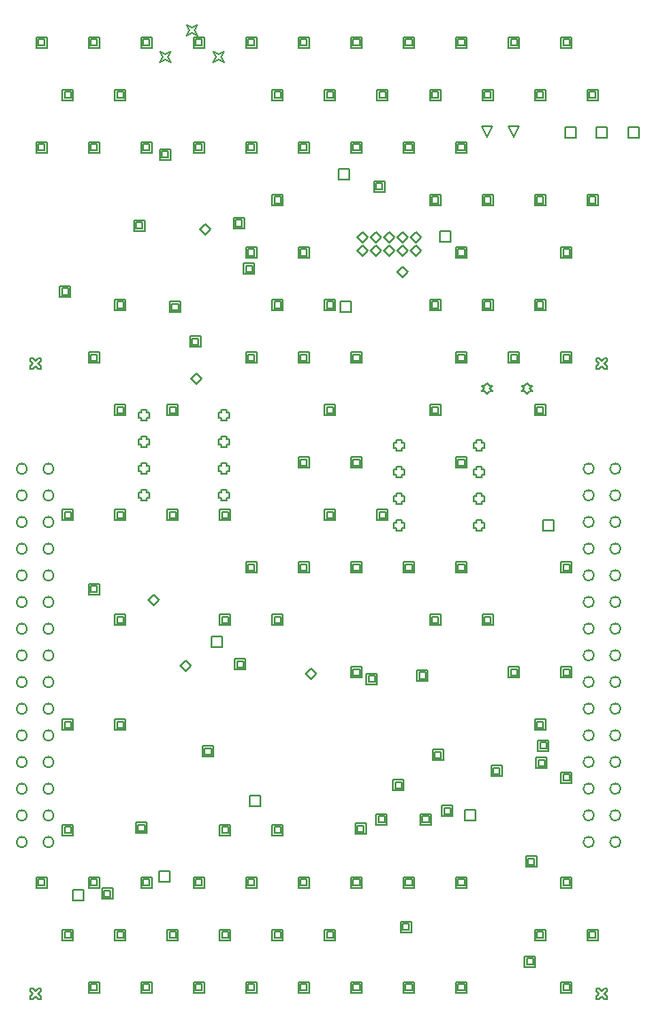
<source format=gbr>
G04 Layer_Color=2752767*
%FSLAX26Y26*%
%MOIN*%
%TF.FileFunction,Drawing*%
%TF.Part,Single*%
G01*
G75*
%TA.AperFunction,NonConductor*%
%ADD53C,0.005000*%
%ADD97C,0.006667*%
D53*
X283465Y-2162522D02*
Y-2122522D01*
X323465D01*
Y-2162522D01*
X283465D01*
X578465Y-1077522D02*
Y-1037522D01*
X618465D01*
Y-1077522D01*
X578465D01*
X-190000Y240998D02*
Y280998D01*
X-150000D01*
Y240998D01*
X-190000D01*
X-1186535Y-2462522D02*
Y-2422522D01*
X-1146535D01*
Y-2462522D01*
X-1186535D01*
X660354Y395825D02*
Y435825D01*
X700354D01*
Y395825D01*
X660354D01*
X778465D02*
Y435825D01*
X818465D01*
Y395825D01*
X778465D01*
X896575D02*
Y435825D01*
X936575D01*
Y395825D01*
X896575D01*
X-861535Y-2392522D02*
Y-2352522D01*
X-821535D01*
Y-2392522D01*
X-861535D01*
X189000Y6998D02*
Y46998D01*
X229000D01*
Y6998D01*
X189000D01*
X-666307Y-1514207D02*
Y-1474207D01*
X-626307D01*
Y-1514207D01*
X-666307D01*
X-523307Y-2109207D02*
Y-2069207D01*
X-483307D01*
Y-2109207D01*
X-523307D01*
X-182000Y-255002D02*
Y-215002D01*
X-142000D01*
Y-255002D01*
X-182000D01*
X467000Y399998D02*
X447000Y439998D01*
X487000D01*
X467000Y399998D01*
X367000D02*
X347000Y439998D01*
X387000D01*
X367000Y399998D01*
X516142Y-563900D02*
X526142Y-553900D01*
X536142D01*
X526142Y-543900D01*
X536142Y-533900D01*
X526142D01*
X516142Y-523900D01*
X506142Y-533900D01*
X496142D01*
X506142Y-543900D01*
X496142Y-553900D01*
X506142D01*
X516142Y-563900D01*
X366536D02*
X376536Y-553900D01*
X386536D01*
X376536Y-543900D01*
X386536Y-533900D01*
X376536D01*
X366536Y-523900D01*
X356536Y-533900D01*
X346536D01*
X356536Y-543900D01*
X346536Y-553900D01*
X356536D01*
X366536Y-563900D01*
X-861000Y678998D02*
X-851000Y698998D01*
X-861000Y718998D01*
X-841000Y708998D01*
X-821000Y718998D01*
X-831000Y698998D01*
X-821000Y678998D01*
X-841000Y688998D01*
X-861000Y678998D01*
X-661000D02*
X-651000Y698998D01*
X-661000Y718998D01*
X-641000Y708998D01*
X-621000Y718998D01*
X-631000Y698998D01*
X-621000Y678998D01*
X-641000Y688998D01*
X-661000Y678998D01*
X-761000Y778998D02*
X-751000Y798998D01*
X-761000Y818998D01*
X-741000Y808998D01*
X-721000Y818998D01*
X-731000Y798998D01*
X-721000Y778998D01*
X-741000Y788998D01*
X-761000Y778998D01*
X25716Y-767592D02*
Y-777592D01*
X45716D01*
Y-767592D01*
X55716D01*
Y-747592D01*
X45716D01*
Y-737592D01*
X25716D01*
Y-747592D01*
X15716D01*
Y-767592D01*
X25716D01*
Y-867592D02*
Y-877592D01*
X45716D01*
Y-867592D01*
X55716D01*
Y-847592D01*
X45716D01*
Y-837592D01*
X25716D01*
Y-847592D01*
X15716D01*
Y-867592D01*
X25716D01*
Y-967592D02*
Y-977592D01*
X45716D01*
Y-967592D01*
X55716D01*
Y-947592D01*
X45716D01*
Y-937592D01*
X25716D01*
Y-947592D01*
X15716D01*
Y-967592D01*
X25716D01*
Y-1067592D02*
Y-1077592D01*
X45716D01*
Y-1067592D01*
X55716D01*
Y-1047592D01*
X45716D01*
Y-1037592D01*
X25716D01*
Y-1047592D01*
X15716D01*
Y-1067592D01*
X25716D01*
X325716Y-767592D02*
Y-777592D01*
X345716D01*
Y-767592D01*
X355716D01*
Y-747592D01*
X345716D01*
Y-737592D01*
X325716D01*
Y-747592D01*
X315716D01*
Y-767592D01*
X325716D01*
Y-867592D02*
Y-877592D01*
X345716D01*
Y-867592D01*
X355716D01*
Y-847592D01*
X345716D01*
Y-837592D01*
X325716D01*
Y-847592D01*
X315716D01*
Y-867592D01*
X325716D01*
Y-967592D02*
Y-977592D01*
X345716D01*
Y-967592D01*
X355716D01*
Y-947592D01*
X345716D01*
Y-937592D01*
X325716D01*
Y-947592D01*
X315716D01*
Y-967592D01*
X325716D01*
Y-1067592D02*
Y-1077592D01*
X345716D01*
Y-1067592D01*
X355716D01*
Y-1047592D01*
X345716D01*
Y-1037592D01*
X325716D01*
Y-1047592D01*
X315716D01*
Y-1067592D01*
X325716D01*
X-1347520Y-2832522D02*
X-1337520D01*
X-1327520Y-2822522D01*
X-1317520Y-2832522D01*
X-1307520D01*
Y-2822522D01*
X-1317520Y-2812522D01*
X-1307520Y-2802522D01*
Y-2792522D01*
X-1317520D01*
X-1327520Y-2802522D01*
X-1337520Y-2792522D01*
X-1347520D01*
Y-2802522D01*
X-1337520Y-2812522D01*
X-1347520Y-2822522D01*
Y-2832522D01*
X778464D02*
X788464D01*
X798464Y-2822522D01*
X808464Y-2832522D01*
X818464D01*
Y-2822522D01*
X808464Y-2812522D01*
X818464Y-2802522D01*
Y-2792522D01*
X808464D01*
X798464Y-2802522D01*
X788464Y-2792522D01*
X778464D01*
Y-2802522D01*
X788464Y-2812522D01*
X778464Y-2822522D01*
Y-2832522D01*
X-1347520Y-470316D02*
X-1337520D01*
X-1327520Y-460316D01*
X-1317520Y-470316D01*
X-1307520D01*
Y-460316D01*
X-1317520Y-450316D01*
X-1307520Y-440316D01*
Y-430316D01*
X-1317520D01*
X-1327520Y-440316D01*
X-1337520Y-430316D01*
X-1347520D01*
Y-440316D01*
X-1337520Y-450316D01*
X-1347520Y-460316D01*
Y-470316D01*
X778464D02*
X788464D01*
X798464Y-460316D01*
X808464Y-470316D01*
X818464D01*
Y-460316D01*
X808464Y-450316D01*
X818464Y-440316D01*
Y-430316D01*
X808464D01*
X798464Y-440316D01*
X788464Y-430316D01*
X778464D01*
Y-440316D01*
X788464Y-450316D01*
X778464Y-460316D01*
Y-470316D01*
X80000Y25000D02*
X100000Y45000D01*
X120000Y25000D01*
X100000Y5000D01*
X80000Y25000D01*
Y-25000D02*
X100000Y-5000D01*
X120000Y-25000D01*
X100000Y-45000D01*
X80000Y-25000D01*
X30000Y25000D02*
X50000Y45000D01*
X70000Y25000D01*
X50000Y5000D01*
X30000Y25000D01*
Y-25000D02*
X50000Y-5000D01*
X70000Y-25000D01*
X50000Y-45000D01*
X30000Y-25000D01*
X-20000Y25000D02*
X0Y45000D01*
X20000Y25000D01*
X0Y5000D01*
X-20000Y25000D01*
Y-25000D02*
X0Y-5000D01*
X20000Y-25000D01*
X0Y-45000D01*
X-20000Y-25000D01*
X-70000Y25000D02*
X-50000Y45000D01*
X-30000Y25000D01*
X-50000Y5000D01*
X-70000Y25000D01*
Y-25000D02*
X-50000Y-5000D01*
X-30000Y-25000D01*
X-50000Y-45000D01*
X-70000Y-25000D01*
X-120000Y25000D02*
X-100000Y45000D01*
X-80000Y25000D01*
X-100000Y5000D01*
X-120000Y25000D01*
Y-25000D02*
X-100000Y-5000D01*
X-80000Y-25000D01*
X-100000Y-45000D01*
X-120000Y-25000D01*
X-629000Y-953002D02*
Y-963002D01*
X-609000D01*
Y-953002D01*
X-599000D01*
Y-933002D01*
X-609000D01*
Y-923002D01*
X-629000D01*
Y-933002D01*
X-639000D01*
Y-953002D01*
X-629000D01*
Y-853002D02*
Y-863002D01*
X-609000D01*
Y-853002D01*
X-599000D01*
Y-833002D01*
X-609000D01*
Y-823002D01*
X-629000D01*
Y-833002D01*
X-639000D01*
Y-853002D01*
X-629000D01*
Y-753002D02*
Y-763002D01*
X-609000D01*
Y-753002D01*
X-599000D01*
Y-733002D01*
X-609000D01*
Y-723002D01*
X-629000D01*
Y-733002D01*
X-639000D01*
Y-753002D01*
X-629000D01*
Y-653002D02*
Y-663002D01*
X-609000D01*
Y-653002D01*
X-599000D01*
Y-633002D01*
X-609000D01*
Y-623002D01*
X-629000D01*
Y-633002D01*
X-639000D01*
Y-653002D01*
X-629000D01*
X-929000Y-953002D02*
Y-963002D01*
X-909000D01*
Y-953002D01*
X-899000D01*
Y-933002D01*
X-909000D01*
Y-923002D01*
X-929000D01*
Y-933002D01*
X-939000D01*
Y-953002D01*
X-929000D01*
Y-853002D02*
Y-863002D01*
X-909000D01*
Y-853002D01*
X-899000D01*
Y-833002D01*
X-909000D01*
Y-823002D01*
X-929000D01*
Y-833002D01*
X-939000D01*
Y-853002D01*
X-929000D01*
Y-753002D02*
Y-763002D01*
X-909000D01*
Y-753002D01*
X-899000D01*
Y-733002D01*
X-909000D01*
Y-723002D01*
X-929000D01*
Y-733002D01*
X-939000D01*
Y-753002D01*
X-929000D01*
Y-653002D02*
Y-663002D01*
X-909000D01*
Y-653002D01*
X-899000D01*
Y-633002D01*
X-909000D01*
Y-623002D01*
X-929000D01*
Y-633002D01*
X-939000D01*
Y-653002D01*
X-929000D01*
X-584000Y57000D02*
Y97000D01*
X-544000D01*
Y57000D01*
X-584000D01*
X-576000Y65000D02*
Y89000D01*
X-552000D01*
Y65000D01*
X-576000D01*
X30000Y-107040D02*
X50000Y-87040D01*
X70000Y-107040D01*
X50000Y-127040D01*
X30000Y-107040D01*
X117047Y-2178979D02*
Y-2138979D01*
X157047D01*
Y-2178979D01*
X117047D01*
X125047Y-2170979D02*
Y-2146979D01*
X149047D01*
Y-2170979D01*
X125047D01*
X-127048Y-2214412D02*
Y-2174412D01*
X-87048D01*
Y-2214412D01*
X-127048D01*
X-119048Y-2206412D02*
Y-2182412D01*
X-95048D01*
Y-2206412D01*
X-119048D01*
X-48307Y-2178979D02*
Y-2138979D01*
X-8307D01*
Y-2178979D01*
X-48307D01*
X-40307Y-2170979D02*
Y-2146979D01*
X-16307D01*
Y-2170979D01*
X-40307D01*
X644496Y734298D02*
Y774298D01*
X684496D01*
Y734298D01*
X644496D01*
X652496Y742298D02*
Y766298D01*
X676496D01*
Y742298D01*
X652496D01*
X742922Y537447D02*
Y577447D01*
X782922D01*
Y537447D01*
X742922D01*
X750922Y545447D02*
Y569447D01*
X774922D01*
Y545447D01*
X750922D01*
X742922Y143746D02*
Y183746D01*
X782922D01*
Y143746D01*
X742922D01*
X750922Y151746D02*
Y175746D01*
X774922D01*
Y151746D01*
X750922D01*
X644496Y-53104D02*
Y-13104D01*
X684496D01*
Y-53104D01*
X644496D01*
X652496Y-45104D02*
Y-21104D01*
X676496D01*
Y-45104D01*
X652496D01*
X644496Y-446805D02*
Y-406805D01*
X684496D01*
Y-446805D01*
X644496D01*
X652496Y-438805D02*
Y-414805D01*
X676496D01*
Y-438805D01*
X652496D01*
X644496Y-1234206D02*
Y-1194206D01*
X684496D01*
Y-1234206D01*
X644496D01*
X652496Y-1226206D02*
Y-1202206D01*
X676496D01*
Y-1226206D01*
X652496D01*
X644496Y-1627907D02*
Y-1587907D01*
X684496D01*
Y-1627907D01*
X644496D01*
X652496Y-1619907D02*
Y-1595907D01*
X676496D01*
Y-1619907D01*
X652496D01*
X644496Y-2021608D02*
Y-1981608D01*
X684496D01*
Y-2021608D01*
X644496D01*
X652496Y-2013608D02*
Y-1989608D01*
X676496D01*
Y-2013608D01*
X652496D01*
X644496Y-2415309D02*
Y-2375309D01*
X684496D01*
Y-2415309D01*
X644496D01*
X652496Y-2407309D02*
Y-2383309D01*
X676496D01*
Y-2407309D01*
X652496D01*
X742922Y-2612159D02*
Y-2572159D01*
X782922D01*
Y-2612159D01*
X742922D01*
X750922Y-2604159D02*
Y-2580159D01*
X774922D01*
Y-2604159D01*
X750922D01*
X644496Y-2809010D02*
Y-2769010D01*
X684496D01*
Y-2809010D01*
X644496D01*
X652496Y-2801010D02*
Y-2777010D01*
X676496D01*
Y-2801010D01*
X652496D01*
X447646Y734298D02*
Y774298D01*
X487646D01*
Y734298D01*
X447646D01*
X455646Y742298D02*
Y766298D01*
X479646D01*
Y742298D01*
X455646D01*
X546071Y537447D02*
Y577447D01*
X586071D01*
Y537447D01*
X546071D01*
X554071Y545447D02*
Y569447D01*
X578071D01*
Y545447D01*
X554071D01*
X546071Y143746D02*
Y183746D01*
X586071D01*
Y143746D01*
X546071D01*
X554071Y151746D02*
Y175746D01*
X578071D01*
Y151746D01*
X554071D01*
X546071Y-249954D02*
Y-209954D01*
X586071D01*
Y-249954D01*
X546071D01*
X554071Y-241954D02*
Y-217954D01*
X578071D01*
Y-241954D01*
X554071D01*
X447646Y-446805D02*
Y-406805D01*
X487646D01*
Y-446805D01*
X447646D01*
X455646Y-438805D02*
Y-414805D01*
X479646D01*
Y-438805D01*
X455646D01*
X546071Y-643655D02*
Y-603655D01*
X586071D01*
Y-643655D01*
X546071D01*
X554071Y-635655D02*
Y-611655D01*
X578071D01*
Y-635655D01*
X554071D01*
X447646Y-1627907D02*
Y-1587907D01*
X487646D01*
Y-1627907D01*
X447646D01*
X455646Y-1619907D02*
Y-1595907D01*
X479646D01*
Y-1619907D01*
X455646D01*
X546071Y-1824758D02*
Y-1784758D01*
X586071D01*
Y-1824758D01*
X546071D01*
X554071Y-1816758D02*
Y-1792758D01*
X578071D01*
Y-1816758D01*
X554071D01*
X546071Y-2612159D02*
Y-2572159D01*
X586071D01*
Y-2612159D01*
X546071D01*
X554071Y-2604159D02*
Y-2580159D01*
X578071D01*
Y-2604159D01*
X554071D01*
X250796Y734298D02*
Y774298D01*
X290796D01*
Y734298D01*
X250796D01*
X258796Y742298D02*
Y766298D01*
X282796D01*
Y742298D01*
X258796D01*
X349221Y537447D02*
Y577447D01*
X389221D01*
Y537447D01*
X349221D01*
X357221Y545447D02*
Y569447D01*
X381221D01*
Y545447D01*
X357221D01*
X250796Y340597D02*
Y380597D01*
X290796D01*
Y340597D01*
X250796D01*
X258796Y348597D02*
Y372597D01*
X282796D01*
Y348597D01*
X258796D01*
X349221Y143746D02*
Y183746D01*
X389221D01*
Y143746D01*
X349221D01*
X357221Y151746D02*
Y175746D01*
X381221D01*
Y151746D01*
X357221D01*
X250796Y-53104D02*
Y-13104D01*
X290796D01*
Y-53104D01*
X250796D01*
X258796Y-45104D02*
Y-21104D01*
X282796D01*
Y-45104D01*
X258796D01*
X349221Y-249954D02*
Y-209954D01*
X389221D01*
Y-249954D01*
X349221D01*
X357221Y-241954D02*
Y-217954D01*
X381221D01*
Y-241954D01*
X357221D01*
X250796Y-446805D02*
Y-406805D01*
X290796D01*
Y-446805D01*
X250796D01*
X258796Y-438805D02*
Y-414805D01*
X282796D01*
Y-438805D01*
X258796D01*
X250796Y-840506D02*
Y-800506D01*
X290796D01*
Y-840506D01*
X250796D01*
X258796Y-832506D02*
Y-808506D01*
X282796D01*
Y-832506D01*
X258796D01*
X250796Y-1234206D02*
Y-1194206D01*
X290796D01*
Y-1234206D01*
X250796D01*
X258796Y-1226206D02*
Y-1202206D01*
X282796D01*
Y-1226206D01*
X258796D01*
X349221Y-1431057D02*
Y-1391057D01*
X389221D01*
Y-1431057D01*
X349221D01*
X357221Y-1423057D02*
Y-1399057D01*
X381221D01*
Y-1423057D01*
X357221D01*
X250796Y-2415309D02*
Y-2375309D01*
X290796D01*
Y-2415309D01*
X250796D01*
X258796Y-2407309D02*
Y-2383309D01*
X282796D01*
Y-2407309D01*
X258796D01*
X250796Y-2809010D02*
Y-2769010D01*
X290796D01*
Y-2809010D01*
X250796D01*
X258796Y-2801010D02*
Y-2777010D01*
X282796D01*
Y-2801010D01*
X258796D01*
X53945Y734298D02*
Y774298D01*
X93945D01*
Y734298D01*
X53945D01*
X61945Y742298D02*
Y766298D01*
X85945D01*
Y742298D01*
X61945D01*
X152370Y537447D02*
Y577447D01*
X192370D01*
Y537447D01*
X152370D01*
X160370Y545447D02*
Y569447D01*
X184370D01*
Y545447D01*
X160370D01*
X53945Y340597D02*
Y380597D01*
X93945D01*
Y340597D01*
X53945D01*
X61945Y348597D02*
Y372597D01*
X85945D01*
Y348597D01*
X61945D01*
X152370Y143746D02*
Y183746D01*
X192370D01*
Y143746D01*
X152370D01*
X160370Y151746D02*
Y175746D01*
X184370D01*
Y151746D01*
X160370D01*
X152370Y-249954D02*
Y-209954D01*
X192370D01*
Y-249954D01*
X152370D01*
X160370Y-241954D02*
Y-217954D01*
X184370D01*
Y-241954D01*
X160370D01*
X152370Y-643655D02*
Y-603655D01*
X192370D01*
Y-643655D01*
X152370D01*
X160370Y-635655D02*
Y-611655D01*
X184370D01*
Y-635655D01*
X160370D01*
X53945Y-1234206D02*
Y-1194206D01*
X93945D01*
Y-1234206D01*
X53945D01*
X61945Y-1226206D02*
Y-1202206D01*
X85945D01*
Y-1226206D01*
X61945D01*
X152370Y-1431057D02*
Y-1391057D01*
X192370D01*
Y-1431057D01*
X152370D01*
X160370Y-1423057D02*
Y-1399057D01*
X184370D01*
Y-1423057D01*
X160370D01*
X53945Y-2415309D02*
Y-2375309D01*
X93945D01*
Y-2415309D01*
X53945D01*
X61945Y-2407309D02*
Y-2383309D01*
X85945D01*
Y-2407309D01*
X61945D01*
X53945Y-2809010D02*
Y-2769010D01*
X93945D01*
Y-2809010D01*
X53945D01*
X61945Y-2801010D02*
Y-2777010D01*
X85945D01*
Y-2801010D01*
X61945D01*
X-142905Y734298D02*
Y774298D01*
X-102905D01*
Y734298D01*
X-142905D01*
X-134905Y742298D02*
Y766298D01*
X-110905D01*
Y742298D01*
X-134905D01*
X-44480Y537447D02*
Y577447D01*
X-4480D01*
Y537447D01*
X-44480D01*
X-36480Y545447D02*
Y569447D01*
X-12480D01*
Y545447D01*
X-36480D01*
X-142905Y340597D02*
Y380597D01*
X-102905D01*
Y340597D01*
X-142905D01*
X-134905Y348597D02*
Y372597D01*
X-110905D01*
Y348597D01*
X-134905D01*
X-142905Y-446805D02*
Y-406805D01*
X-102905D01*
Y-446805D01*
X-142905D01*
X-134905Y-438805D02*
Y-414805D01*
X-110905D01*
Y-438805D01*
X-134905D01*
X-142905Y-840506D02*
Y-800506D01*
X-102905D01*
Y-840506D01*
X-142905D01*
X-134905Y-832506D02*
Y-808506D01*
X-110905D01*
Y-832506D01*
X-134905D01*
X-44480Y-1037356D02*
Y-997356D01*
X-4480D01*
Y-1037356D01*
X-44480D01*
X-36480Y-1029356D02*
Y-1005356D01*
X-12480D01*
Y-1029356D01*
X-36480D01*
X-142905Y-1234206D02*
Y-1194206D01*
X-102905D01*
Y-1234206D01*
X-142905D01*
X-134905Y-1226206D02*
Y-1202206D01*
X-110905D01*
Y-1226206D01*
X-134905D01*
X-142905Y-1627907D02*
Y-1587907D01*
X-102905D01*
Y-1627907D01*
X-142905D01*
X-134905Y-1619907D02*
Y-1595907D01*
X-110905D01*
Y-1619907D01*
X-134905D01*
X-142905Y-2415309D02*
Y-2375309D01*
X-102905D01*
Y-2415309D01*
X-142905D01*
X-134905Y-2407309D02*
Y-2383309D01*
X-110905D01*
Y-2407309D01*
X-134905D01*
X-142905Y-2809010D02*
Y-2769010D01*
X-102905D01*
Y-2809010D01*
X-142905D01*
X-134905Y-2801010D02*
Y-2777010D01*
X-110905D01*
Y-2801010D01*
X-134905D01*
X-339756Y734298D02*
Y774298D01*
X-299756D01*
Y734298D01*
X-339756D01*
X-331756Y742298D02*
Y766298D01*
X-307756D01*
Y742298D01*
X-331756D01*
X-241330Y537447D02*
Y577447D01*
X-201330D01*
Y537447D01*
X-241330D01*
X-233330Y545447D02*
Y569447D01*
X-209330D01*
Y545447D01*
X-233330D01*
X-339756Y340597D02*
Y380597D01*
X-299756D01*
Y340597D01*
X-339756D01*
X-331756Y348597D02*
Y372597D01*
X-307756D01*
Y348597D01*
X-331756D01*
X-339756Y-53104D02*
Y-13104D01*
X-299756D01*
Y-53104D01*
X-339756D01*
X-331756Y-45104D02*
Y-21104D01*
X-307756D01*
Y-45104D01*
X-331756D01*
X-241330Y-249954D02*
Y-209954D01*
X-201330D01*
Y-249954D01*
X-241330D01*
X-233330Y-241954D02*
Y-217954D01*
X-209330D01*
Y-241954D01*
X-233330D01*
X-339756Y-446805D02*
Y-406805D01*
X-299756D01*
Y-446805D01*
X-339756D01*
X-331756Y-438805D02*
Y-414805D01*
X-307756D01*
Y-438805D01*
X-331756D01*
X-241330Y-643655D02*
Y-603655D01*
X-201330D01*
Y-643655D01*
X-241330D01*
X-233330Y-635655D02*
Y-611655D01*
X-209330D01*
Y-635655D01*
X-233330D01*
X-339756Y-840506D02*
Y-800506D01*
X-299756D01*
Y-840506D01*
X-339756D01*
X-331756Y-832506D02*
Y-808506D01*
X-307756D01*
Y-832506D01*
X-331756D01*
X-241330Y-1037356D02*
Y-997356D01*
X-201330D01*
Y-1037356D01*
X-241330D01*
X-233330Y-1029356D02*
Y-1005356D01*
X-209330D01*
Y-1029356D01*
X-233330D01*
X-339756Y-1234206D02*
Y-1194206D01*
X-299756D01*
Y-1234206D01*
X-339756D01*
X-331756Y-1226206D02*
Y-1202206D01*
X-307756D01*
Y-1226206D01*
X-331756D01*
X-339756Y-2415309D02*
Y-2375309D01*
X-299756D01*
Y-2415309D01*
X-339756D01*
X-331756Y-2407309D02*
Y-2383309D01*
X-307756D01*
Y-2407309D01*
X-331756D01*
X-241330Y-2612159D02*
Y-2572159D01*
X-201330D01*
Y-2612159D01*
X-241330D01*
X-233330Y-2604159D02*
Y-2580159D01*
X-209330D01*
Y-2604159D01*
X-233330D01*
X-339756Y-2809010D02*
Y-2769010D01*
X-299756D01*
Y-2809010D01*
X-339756D01*
X-331756Y-2801010D02*
Y-2777010D01*
X-307756D01*
Y-2801010D01*
X-331756D01*
X-536606Y734298D02*
Y774298D01*
X-496606D01*
Y734298D01*
X-536606D01*
X-528606Y742298D02*
Y766298D01*
X-504606D01*
Y742298D01*
X-528606D01*
X-438181Y537447D02*
Y577447D01*
X-398181D01*
Y537447D01*
X-438181D01*
X-430181Y545447D02*
Y569447D01*
X-406181D01*
Y545447D01*
X-430181D01*
X-536606Y340597D02*
Y380597D01*
X-496606D01*
Y340597D01*
X-536606D01*
X-528606Y348597D02*
Y372597D01*
X-504606D01*
Y348597D01*
X-528606D01*
X-438181Y143746D02*
Y183746D01*
X-398181D01*
Y143746D01*
X-438181D01*
X-430181Y151746D02*
Y175746D01*
X-406181D01*
Y151746D01*
X-430181D01*
X-536606Y-53104D02*
Y-13104D01*
X-496606D01*
Y-53104D01*
X-536606D01*
X-528606Y-45104D02*
Y-21104D01*
X-504606D01*
Y-45104D01*
X-528606D01*
X-438181Y-249954D02*
Y-209954D01*
X-398181D01*
Y-249954D01*
X-438181D01*
X-430181Y-241954D02*
Y-217954D01*
X-406181D01*
Y-241954D01*
X-430181D01*
X-536606Y-446805D02*
Y-406805D01*
X-496606D01*
Y-446805D01*
X-536606D01*
X-528606Y-438805D02*
Y-414805D01*
X-504606D01*
Y-438805D01*
X-528606D01*
X-536606Y-1234206D02*
Y-1194206D01*
X-496606D01*
Y-1234206D01*
X-536606D01*
X-528606Y-1226206D02*
Y-1202206D01*
X-504606D01*
Y-1226206D01*
X-528606D01*
X-438181Y-1431057D02*
Y-1391057D01*
X-398181D01*
Y-1431057D01*
X-438181D01*
X-430181Y-1423057D02*
Y-1399057D01*
X-406181D01*
Y-1423057D01*
X-430181D01*
X-438181Y-2218458D02*
Y-2178458D01*
X-398181D01*
Y-2218458D01*
X-438181D01*
X-430181Y-2210458D02*
Y-2186458D01*
X-406181D01*
Y-2210458D01*
X-430181D01*
X-536606Y-2415309D02*
Y-2375309D01*
X-496606D01*
Y-2415309D01*
X-536606D01*
X-528606Y-2407309D02*
Y-2383309D01*
X-504606D01*
Y-2407309D01*
X-528606D01*
X-438181Y-2612159D02*
Y-2572159D01*
X-398181D01*
Y-2612159D01*
X-438181D01*
X-430181Y-2604159D02*
Y-2580159D01*
X-406181D01*
Y-2604159D01*
X-430181D01*
X-536606Y-2809010D02*
Y-2769010D01*
X-496606D01*
Y-2809010D01*
X-536606D01*
X-528606Y-2801010D02*
Y-2777010D01*
X-504606D01*
Y-2801010D01*
X-528606D01*
X-733456Y734298D02*
Y774298D01*
X-693456D01*
Y734298D01*
X-733456D01*
X-725456Y742298D02*
Y766298D01*
X-701456D01*
Y742298D01*
X-725456D01*
X-733456Y340597D02*
Y380597D01*
X-693456D01*
Y340597D01*
X-733456D01*
X-725456Y348597D02*
Y372597D01*
X-701456D01*
Y348597D01*
X-725456D01*
X-635031Y-1037356D02*
Y-997356D01*
X-595031D01*
Y-1037356D01*
X-635031D01*
X-627031Y-1029356D02*
Y-1005356D01*
X-603031D01*
Y-1029356D01*
X-627031D01*
X-635031Y-1431057D02*
Y-1391057D01*
X-595031D01*
Y-1431057D01*
X-635031D01*
X-627031Y-1423057D02*
Y-1399057D01*
X-603031D01*
Y-1423057D01*
X-627031D01*
X-635031Y-2218458D02*
Y-2178458D01*
X-595031D01*
Y-2218458D01*
X-635031D01*
X-627031Y-2210458D02*
Y-2186458D01*
X-603031D01*
Y-2210458D01*
X-627031D01*
X-733456Y-2415309D02*
Y-2375309D01*
X-693456D01*
Y-2415309D01*
X-733456D01*
X-725456Y-2407309D02*
Y-2383309D01*
X-701456D01*
Y-2407309D01*
X-725456D01*
X-635031Y-2612159D02*
Y-2572159D01*
X-595031D01*
Y-2612159D01*
X-635031D01*
X-627031Y-2604159D02*
Y-2580159D01*
X-603031D01*
Y-2604159D01*
X-627031D01*
X-733456Y-2809010D02*
Y-2769010D01*
X-693456D01*
Y-2809010D01*
X-733456D01*
X-725456Y-2801010D02*
Y-2777010D01*
X-701456D01*
Y-2801010D01*
X-725456D01*
X-930307Y734298D02*
Y774298D01*
X-890307D01*
Y734298D01*
X-930307D01*
X-922307Y742298D02*
Y766298D01*
X-898307D01*
Y742298D01*
X-922307D01*
X-930307Y340597D02*
Y380597D01*
X-890307D01*
Y340597D01*
X-930307D01*
X-922307Y348597D02*
Y372597D01*
X-898307D01*
Y348597D01*
X-922307D01*
X-831882Y-643655D02*
Y-603655D01*
X-791882D01*
Y-643655D01*
X-831882D01*
X-823882Y-635655D02*
Y-611655D01*
X-799882D01*
Y-635655D01*
X-823882D01*
X-831882Y-1037356D02*
Y-997356D01*
X-791882D01*
Y-1037356D01*
X-831882D01*
X-823882Y-1029356D02*
Y-1005356D01*
X-799882D01*
Y-1029356D01*
X-823882D01*
X-930307Y-2415309D02*
Y-2375309D01*
X-890307D01*
Y-2415309D01*
X-930307D01*
X-922307Y-2407309D02*
Y-2383309D01*
X-898307D01*
Y-2407309D01*
X-922307D01*
X-831882Y-2612159D02*
Y-2572159D01*
X-791882D01*
Y-2612159D01*
X-831882D01*
X-823882Y-2604159D02*
Y-2580159D01*
X-799882D01*
Y-2604159D01*
X-823882D01*
X-930307Y-2809010D02*
Y-2769010D01*
X-890307D01*
Y-2809010D01*
X-930307D01*
X-922307Y-2801010D02*
Y-2777010D01*
X-898307D01*
Y-2801010D01*
X-922307D01*
X-1127157Y734298D02*
Y774298D01*
X-1087157D01*
Y734298D01*
X-1127157D01*
X-1119157Y742298D02*
Y766298D01*
X-1095157D01*
Y742298D01*
X-1119157D01*
X-1028732Y537447D02*
Y577447D01*
X-988732D01*
Y537447D01*
X-1028732D01*
X-1020732Y545447D02*
Y569447D01*
X-996732D01*
Y545447D01*
X-1020732D01*
X-1127157Y340597D02*
Y380597D01*
X-1087157D01*
Y340597D01*
X-1127157D01*
X-1119157Y348597D02*
Y372597D01*
X-1095157D01*
Y348597D01*
X-1119157D01*
X-1028732Y-249954D02*
Y-209954D01*
X-988732D01*
Y-249954D01*
X-1028732D01*
X-1020732Y-241954D02*
Y-217954D01*
X-996732D01*
Y-241954D01*
X-1020732D01*
X-1127157Y-446805D02*
Y-406805D01*
X-1087157D01*
Y-446805D01*
X-1127157D01*
X-1119157Y-438805D02*
Y-414805D01*
X-1095157D01*
Y-438805D01*
X-1119157D01*
X-1028732Y-643655D02*
Y-603655D01*
X-988732D01*
Y-643655D01*
X-1028732D01*
X-1020732Y-635655D02*
Y-611655D01*
X-996732D01*
Y-635655D01*
X-1020732D01*
X-1028732Y-1037356D02*
Y-997356D01*
X-988732D01*
Y-1037356D01*
X-1028732D01*
X-1020732Y-1029356D02*
Y-1005356D01*
X-996732D01*
Y-1029356D01*
X-1020732D01*
X-1028732Y-1431057D02*
Y-1391057D01*
X-988732D01*
Y-1431057D01*
X-1028732D01*
X-1020732Y-1423057D02*
Y-1399057D01*
X-996732D01*
Y-1423057D01*
X-1020732D01*
X-1028732Y-1824758D02*
Y-1784758D01*
X-988732D01*
Y-1824758D01*
X-1028732D01*
X-1020732Y-1816758D02*
Y-1792758D01*
X-996732D01*
Y-1816758D01*
X-1020732D01*
X-1127157Y-2415309D02*
Y-2375309D01*
X-1087157D01*
Y-2415309D01*
X-1127157D01*
X-1119157Y-2407309D02*
Y-2383309D01*
X-1095157D01*
Y-2407309D01*
X-1119157D01*
X-1028732Y-2612159D02*
Y-2572159D01*
X-988732D01*
Y-2612159D01*
X-1028732D01*
X-1020732Y-2604159D02*
Y-2580159D01*
X-996732D01*
Y-2604159D01*
X-1020732D01*
X-1127157Y-2809010D02*
Y-2769010D01*
X-1087157D01*
Y-2809010D01*
X-1127157D01*
X-1119157Y-2801010D02*
Y-2777010D01*
X-1095157D01*
Y-2801010D01*
X-1119157D01*
X-1324008Y734298D02*
Y774298D01*
X-1284008D01*
Y734298D01*
X-1324008D01*
X-1316008Y742298D02*
Y766298D01*
X-1292008D01*
Y742298D01*
X-1316008D01*
X-1225582Y537447D02*
Y577447D01*
X-1185582D01*
Y537447D01*
X-1225582D01*
X-1217582Y545447D02*
Y569447D01*
X-1193582D01*
Y545447D01*
X-1217582D01*
X-1324008Y340597D02*
Y380597D01*
X-1284008D01*
Y340597D01*
X-1324008D01*
X-1316008Y348597D02*
Y372597D01*
X-1292008D01*
Y348597D01*
X-1316008D01*
X-1225582Y-1037356D02*
Y-997356D01*
X-1185582D01*
Y-1037356D01*
X-1225582D01*
X-1217582Y-1029356D02*
Y-1005356D01*
X-1193582D01*
Y-1029356D01*
X-1217582D01*
X-1225582Y-1824758D02*
Y-1784758D01*
X-1185582D01*
Y-1824758D01*
X-1225582D01*
X-1217582Y-1816758D02*
Y-1792758D01*
X-1193582D01*
Y-1816758D01*
X-1217582D01*
X-1225582Y-2218458D02*
Y-2178458D01*
X-1185582D01*
Y-2218458D01*
X-1225582D01*
X-1217582Y-2210458D02*
Y-2186458D01*
X-1193582D01*
Y-2210458D01*
X-1217582D01*
X-1324008Y-2415309D02*
Y-2375309D01*
X-1284008D01*
Y-2415309D01*
X-1324008D01*
X-1316008Y-2407309D02*
Y-2383309D01*
X-1292008D01*
Y-2407309D01*
X-1316008D01*
X-1225582Y-2612159D02*
Y-2572159D01*
X-1185582D01*
Y-2612159D01*
X-1225582D01*
X-1217582Y-2604159D02*
Y-2580159D01*
X-1193582D01*
Y-2604159D01*
X-1217582D01*
X43464Y-2582522D02*
Y-2542522D01*
X83464D01*
Y-2582522D01*
X43464D01*
X51464Y-2574522D02*
Y-2550522D01*
X75464D01*
Y-2574522D01*
X51464D01*
X508464Y-2712522D02*
Y-2672522D01*
X548464D01*
Y-2712522D01*
X508464D01*
X516464Y-2704522D02*
Y-2680522D01*
X540464D01*
Y-2704522D01*
X516464D01*
X513464Y-2337522D02*
Y-2297522D01*
X553464D01*
Y-2337522D01*
X513464D01*
X521464Y-2329522D02*
Y-2305522D01*
X545464D01*
Y-2329522D01*
X521464D01*
X198464Y-2147522D02*
Y-2107522D01*
X238464D01*
Y-2147522D01*
X198464D01*
X206464Y-2139522D02*
Y-2115522D01*
X230464D01*
Y-2139522D01*
X206464D01*
X558464Y-1902522D02*
Y-1862522D01*
X598464D01*
Y-1902522D01*
X558464D01*
X566464Y-1894522D02*
Y-1870522D01*
X590464D01*
Y-1894522D01*
X566464D01*
X163464Y-1937522D02*
Y-1897522D01*
X203464D01*
Y-1937522D01*
X163464D01*
X171464Y-1929522D02*
Y-1905522D01*
X195464D01*
Y-1929522D01*
X171464D01*
X383464Y-1997522D02*
Y-1957522D01*
X423464D01*
Y-1997522D01*
X383464D01*
X391464Y-1989522D02*
Y-1965522D01*
X415464D01*
Y-1989522D01*
X391464D01*
X-1076536Y-2457522D02*
Y-2417522D01*
X-1036536D01*
Y-2457522D01*
X-1076536D01*
X-1068536Y-2449522D02*
Y-2425522D01*
X-1044536D01*
Y-2449522D01*
X-1068536D01*
X-901110Y-1337112D02*
X-881110Y-1317112D01*
X-861110Y-1337112D01*
X-881110Y-1357112D01*
X-901110Y-1337112D01*
X-784110Y-1584410D02*
X-764110Y-1564410D01*
X-744110Y-1584410D01*
X-764110Y-1604410D01*
X-784110Y-1584410D01*
X-743000Y-507002D02*
X-723000Y-487002D01*
X-703000Y-507002D01*
X-723000Y-527002D01*
X-743000Y-507002D01*
X-746536Y-387522D02*
Y-347522D01*
X-706536D01*
Y-387522D01*
X-746536D01*
X-738536Y-379522D02*
Y-355522D01*
X-714536D01*
Y-379522D01*
X-738536D01*
X-956536Y47478D02*
Y87478D01*
X-916536D01*
Y47478D01*
X-956536D01*
X-948536Y55478D02*
Y79478D01*
X-924536D01*
Y55478D01*
X-948536D01*
X-1126416Y-1315316D02*
Y-1275316D01*
X-1086416D01*
Y-1315316D01*
X-1126416D01*
X-1118416Y-1307316D02*
Y-1283316D01*
X-1094416D01*
Y-1307316D01*
X-1118416D01*
X-545110Y-113892D02*
Y-73892D01*
X-505110D01*
Y-113892D01*
X-545110D01*
X-537110Y-105892D02*
Y-81892D01*
X-513110D01*
Y-105892D01*
X-537110D01*
X-578416Y-1597316D02*
Y-1557316D01*
X-538416D01*
Y-1597316D01*
X-578416D01*
X-570416Y-1589316D02*
Y-1565316D01*
X-546416D01*
Y-1589316D01*
X-570416D01*
X104592Y-1639842D02*
Y-1599842D01*
X144592D01*
Y-1639842D01*
X104592D01*
X112592Y-1631842D02*
Y-1607842D01*
X136592D01*
Y-1631842D01*
X112592D01*
X14836Y-2051206D02*
Y-2011206D01*
X54836D01*
Y-2051206D01*
X14836D01*
X22836Y-2043206D02*
Y-2019206D01*
X46836D01*
Y-2043206D01*
X22836D01*
X-313306Y-1612206D02*
X-293306Y-1592206D01*
X-273306Y-1612206D01*
X-293306Y-1632206D01*
X-313306Y-1612206D01*
X551694Y-1967206D02*
Y-1927206D01*
X591694D01*
Y-1967206D01*
X551694D01*
X559694Y-1959206D02*
Y-1935206D01*
X583694D01*
Y-1959206D01*
X559694D01*
X-1235000Y-200002D02*
Y-160002D01*
X-1195000D01*
Y-200002D01*
X-1235000D01*
X-1227000Y-192002D02*
Y-168002D01*
X-1203000D01*
Y-192002D01*
X-1227000D01*
X-708000Y52998D02*
X-688000Y72998D01*
X-668000Y52998D01*
X-688000Y32998D01*
X-708000Y52998D01*
X-84616Y-1652206D02*
Y-1612206D01*
X-44616D01*
Y-1652206D01*
X-84616D01*
X-76616Y-1644206D02*
Y-1620206D01*
X-52616D01*
Y-1644206D01*
X-76616D01*
X-860000Y314998D02*
Y354998D01*
X-820000D01*
Y314998D01*
X-860000D01*
X-852000Y322998D02*
Y346998D01*
X-828000D01*
Y322998D01*
X-852000D01*
X-823000Y-258002D02*
Y-218002D01*
X-783000D01*
Y-258002D01*
X-823000D01*
X-815000Y-250002D02*
Y-226002D01*
X-791000D01*
Y-250002D01*
X-815000D01*
X-57494Y194998D02*
Y234998D01*
X-17494D01*
Y194998D01*
X-57494D01*
X-49494Y202998D02*
Y226998D01*
X-25494D01*
Y202998D01*
X-49494D01*
X-699306Y-1924206D02*
Y-1884206D01*
X-659306D01*
Y-1924206D01*
X-699306D01*
X-691306Y-1916206D02*
Y-1892206D01*
X-667306D01*
Y-1916206D01*
X-691306D01*
X-949518Y-2211042D02*
Y-2171042D01*
X-909518D01*
Y-2211042D01*
X-949518D01*
X-941518Y-2203042D02*
Y-2179042D01*
X-917518D01*
Y-2203042D01*
X-941518D01*
D97*
X868464Y-2244018D02*
G03*
X868464Y-2244018I-20000J0D01*
G01*
Y-2144018D02*
G03*
X868464Y-2144018I-20000J0D01*
G01*
Y-2044018D02*
G03*
X868464Y-2044018I-20000J0D01*
G01*
Y-1944018D02*
G03*
X868464Y-1944018I-20000J0D01*
G01*
Y-1844018D02*
G03*
X868464Y-1844018I-20000J0D01*
G01*
Y-1744018D02*
G03*
X868464Y-1744018I-20000J0D01*
G01*
Y-1644018D02*
G03*
X868464Y-1644018I-20000J0D01*
G01*
Y-1544018D02*
G03*
X868464Y-1544018I-20000J0D01*
G01*
Y-1444018D02*
G03*
X868464Y-1444018I-20000J0D01*
G01*
Y-1344018D02*
G03*
X868464Y-1344018I-20000J0D01*
G01*
Y-1244018D02*
G03*
X868464Y-1244018I-20000J0D01*
G01*
Y-1144018D02*
G03*
X868464Y-1144018I-20000J0D01*
G01*
Y-1044018D02*
G03*
X868464Y-1044018I-20000J0D01*
G01*
Y-944018D02*
G03*
X868464Y-944018I-20000J0D01*
G01*
Y-844018D02*
G03*
X868464Y-844018I-20000J0D01*
G01*
X768464Y-2244018D02*
G03*
X768464Y-2244018I-20000J0D01*
G01*
Y-2144018D02*
G03*
X768464Y-2144018I-20000J0D01*
G01*
Y-2044018D02*
G03*
X768464Y-2044018I-20000J0D01*
G01*
Y-1944018D02*
G03*
X768464Y-1944018I-20000J0D01*
G01*
Y-1844018D02*
G03*
X768464Y-1844018I-20000J0D01*
G01*
Y-1744018D02*
G03*
X768464Y-1744018I-20000J0D01*
G01*
Y-1644018D02*
G03*
X768464Y-1644018I-20000J0D01*
G01*
Y-1544018D02*
G03*
X768464Y-1544018I-20000J0D01*
G01*
Y-1444018D02*
G03*
X768464Y-1444018I-20000J0D01*
G01*
Y-1344018D02*
G03*
X768464Y-1344018I-20000J0D01*
G01*
Y-1244018D02*
G03*
X768464Y-1244018I-20000J0D01*
G01*
Y-1144018D02*
G03*
X768464Y-1144018I-20000J0D01*
G01*
Y-1044018D02*
G03*
X768464Y-1044018I-20000J0D01*
G01*
Y-944018D02*
G03*
X768464Y-944018I-20000J0D01*
G01*
Y-844018D02*
G03*
X768464Y-844018I-20000J0D01*
G01*
X-1357520D02*
G03*
X-1357520Y-844018I-20000J0D01*
G01*
Y-944018D02*
G03*
X-1357520Y-944018I-20000J0D01*
G01*
Y-1044018D02*
G03*
X-1357520Y-1044018I-20000J0D01*
G01*
Y-1144018D02*
G03*
X-1357520Y-1144018I-20000J0D01*
G01*
Y-1244018D02*
G03*
X-1357520Y-1244018I-20000J0D01*
G01*
Y-1344018D02*
G03*
X-1357520Y-1344018I-20000J0D01*
G01*
Y-1444018D02*
G03*
X-1357520Y-1444018I-20000J0D01*
G01*
Y-1544018D02*
G03*
X-1357520Y-1544018I-20000J0D01*
G01*
Y-1644018D02*
G03*
X-1357520Y-1644018I-20000J0D01*
G01*
Y-1744018D02*
G03*
X-1357520Y-1744018I-20000J0D01*
G01*
Y-1844018D02*
G03*
X-1357520Y-1844018I-20000J0D01*
G01*
Y-1944018D02*
G03*
X-1357520Y-1944018I-20000J0D01*
G01*
Y-2044018D02*
G03*
X-1357520Y-2044018I-20000J0D01*
G01*
Y-2144018D02*
G03*
X-1357520Y-2144018I-20000J0D01*
G01*
Y-2244018D02*
G03*
X-1357520Y-2244018I-20000J0D01*
G01*
X-1257520Y-844018D02*
G03*
X-1257520Y-844018I-20000J0D01*
G01*
Y-944018D02*
G03*
X-1257520Y-944018I-20000J0D01*
G01*
Y-1044018D02*
G03*
X-1257520Y-1044018I-20000J0D01*
G01*
Y-1144018D02*
G03*
X-1257520Y-1144018I-20000J0D01*
G01*
Y-1244018D02*
G03*
X-1257520Y-1244018I-20000J0D01*
G01*
Y-1344018D02*
G03*
X-1257520Y-1344018I-20000J0D01*
G01*
Y-1444018D02*
G03*
X-1257520Y-1444018I-20000J0D01*
G01*
Y-1544018D02*
G03*
X-1257520Y-1544018I-20000J0D01*
G01*
Y-1644018D02*
G03*
X-1257520Y-1644018I-20000J0D01*
G01*
Y-1744018D02*
G03*
X-1257520Y-1744018I-20000J0D01*
G01*
Y-1844018D02*
G03*
X-1257520Y-1844018I-20000J0D01*
G01*
Y-1944018D02*
G03*
X-1257520Y-1944018I-20000J0D01*
G01*
Y-2044018D02*
G03*
X-1257520Y-2044018I-20000J0D01*
G01*
Y-2144018D02*
G03*
X-1257520Y-2144018I-20000J0D01*
G01*
Y-2244018D02*
G03*
X-1257520Y-2244018I-20000J0D01*
G01*
%TF.MD5,36b5fc2b26223d2184526105d4455437*%
M02*

</source>
